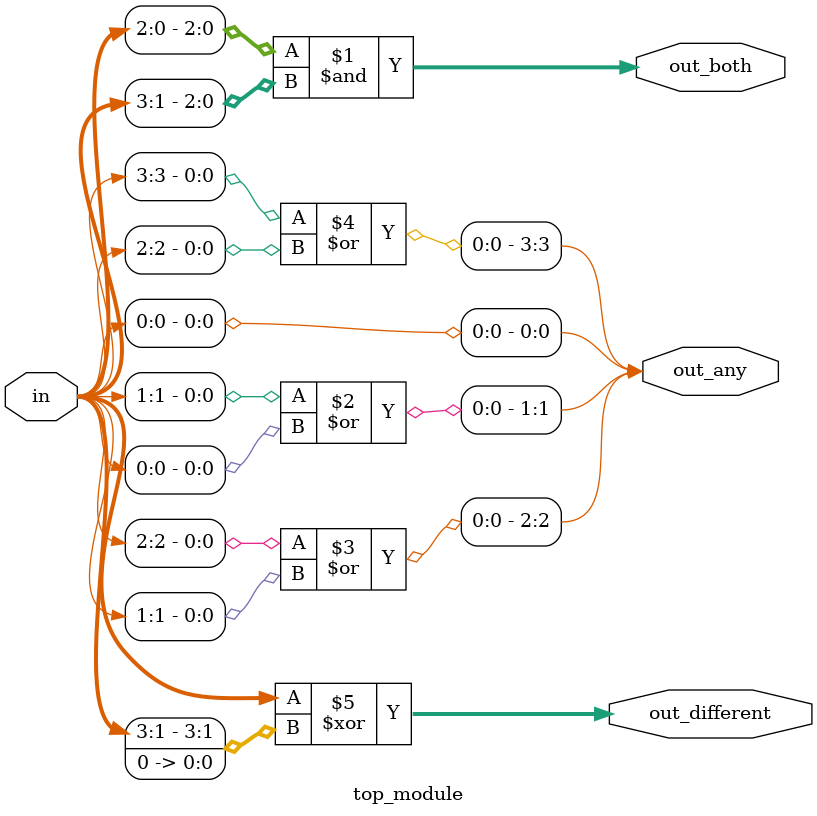
<source format=sv>
module top_module (
	input [3:0] in,
	output [2:0] out_both,
	output [3:0] out_any,
	output [3:0] out_different
);
	assign out_both = in[2:0] & in[3:1];
	assign out_any = {in[3] | in[2], in[2] | in[1], in[1] | in[0], in[0]};
	assign out_different = in ^ {in[3:1], 1'b0};
endmodule

</source>
